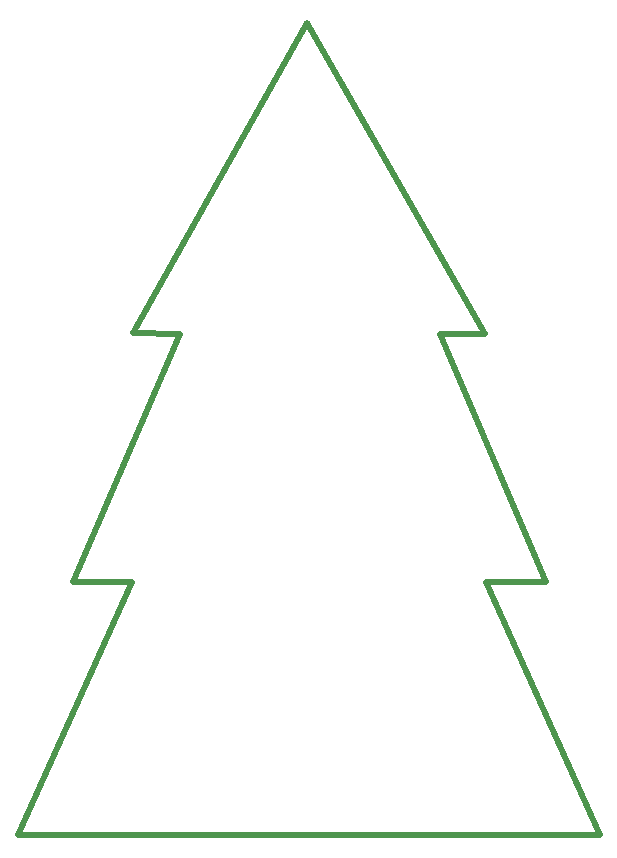
<source format=gbr>
%TF.GenerationSoftware,KiCad,Pcbnew,8.0.4*%
%TF.CreationDate,2024-12-02T20:50:41-07:00*%
%TF.ProjectId,tree,74726565-2e6b-4696-9361-645f70636258,rev?*%
%TF.SameCoordinates,Original*%
%TF.FileFunction,Profile,NP*%
%FSLAX46Y46*%
G04 Gerber Fmt 4.6, Leading zero omitted, Abs format (unit mm)*
G04 Created by KiCad (PCBNEW 8.0.4) date 2024-12-02 20:50:41*
%MOMM*%
%LPD*%
G01*
G04 APERTURE LIST*
%TA.AperFunction,Profile*%
%ADD10C,0.500000*%
%TD*%
G04 APERTURE END LIST*
D10*
X131208574Y-100409626D02*
X126214464Y-100403423D01*
X166212663Y-100409046D02*
X161204103Y-100419788D01*
X135289888Y-79388191D02*
X131297792Y-79332439D01*
X146000000Y-53100000D02*
X161126009Y-79387832D01*
X126214464Y-100403423D02*
X135289888Y-79388191D01*
X131297792Y-79332439D02*
X146000000Y-53100000D01*
X121520204Y-121799839D02*
X131208574Y-100409626D01*
X170799486Y-121799839D02*
X121520204Y-121799839D01*
X161204103Y-100419788D02*
X170799486Y-121799839D01*
X161126009Y-79387832D02*
X157271745Y-79430343D01*
X157271745Y-79430343D02*
X166212663Y-100409046D01*
M02*

</source>
